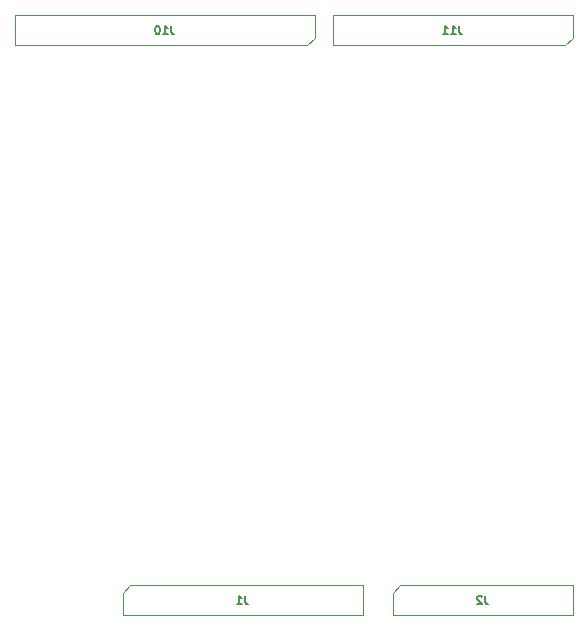
<source format=gbr>
G04 #@! TF.FileFunction,Other,Fab,Bot*
%FSLAX46Y46*%
G04 Gerber Fmt 4.6, Leading zero omitted, Abs format (unit mm)*
G04 Created by KiCad (PCBNEW 4.0.7-e2-6376~58~ubuntu16.04.1) date Fri Jul  6 10:04:11 2018*
%MOMM*%
%LPD*%
G01*
G04 APERTURE LIST*
%ADD10C,0.150000*%
%ADD11C,0.100000*%
G04 APERTURE END LIST*
D10*
D11*
X139450000Y-69215000D02*
X139450000Y-67310000D01*
X139450000Y-67310000D02*
X114050000Y-67310000D01*
X114050000Y-67310000D02*
X114050000Y-69850000D01*
X114050000Y-69850000D02*
X138815000Y-69850000D01*
X138815000Y-69850000D02*
X139450000Y-69215000D01*
X161290000Y-69215000D02*
X161290000Y-67310000D01*
X161290000Y-67310000D02*
X140970000Y-67310000D01*
X140970000Y-67310000D02*
X140970000Y-69850000D01*
X140970000Y-69850000D02*
X160655000Y-69850000D01*
X160655000Y-69850000D02*
X161290000Y-69215000D01*
X123190000Y-116205000D02*
X123190000Y-118110000D01*
X123190000Y-118110000D02*
X143510000Y-118110000D01*
X143510000Y-118110000D02*
X143510000Y-115570000D01*
X143510000Y-115570000D02*
X123825000Y-115570000D01*
X123825000Y-115570000D02*
X123190000Y-116205000D01*
X146050000Y-116205000D02*
X146050000Y-118110000D01*
X146050000Y-118110000D02*
X161290000Y-118110000D01*
X161290000Y-118110000D02*
X161290000Y-115570000D01*
X161290000Y-115570000D02*
X146685000Y-115570000D01*
X146685000Y-115570000D02*
X146050000Y-116205000D01*
D10*
X127316666Y-68196667D02*
X127316666Y-68696667D01*
X127350000Y-68796667D01*
X127416666Y-68863333D01*
X127516666Y-68896667D01*
X127583333Y-68896667D01*
X126616667Y-68896667D02*
X127016667Y-68896667D01*
X126816667Y-68896667D02*
X126816667Y-68196667D01*
X126883333Y-68296667D01*
X126950000Y-68363333D01*
X127016667Y-68396667D01*
X126183333Y-68196667D02*
X126116666Y-68196667D01*
X126050000Y-68230000D01*
X126016666Y-68263333D01*
X125983333Y-68330000D01*
X125950000Y-68463333D01*
X125950000Y-68630000D01*
X125983333Y-68763333D01*
X126016666Y-68830000D01*
X126050000Y-68863333D01*
X126116666Y-68896667D01*
X126183333Y-68896667D01*
X126250000Y-68863333D01*
X126283333Y-68830000D01*
X126316666Y-68763333D01*
X126350000Y-68630000D01*
X126350000Y-68463333D01*
X126316666Y-68330000D01*
X126283333Y-68263333D01*
X126250000Y-68230000D01*
X126183333Y-68196667D01*
X151696666Y-68196667D02*
X151696666Y-68696667D01*
X151730000Y-68796667D01*
X151796666Y-68863333D01*
X151896666Y-68896667D01*
X151963333Y-68896667D01*
X150996667Y-68896667D02*
X151396667Y-68896667D01*
X151196667Y-68896667D02*
X151196667Y-68196667D01*
X151263333Y-68296667D01*
X151330000Y-68363333D01*
X151396667Y-68396667D01*
X150330000Y-68896667D02*
X150730000Y-68896667D01*
X150530000Y-68896667D02*
X150530000Y-68196667D01*
X150596666Y-68296667D01*
X150663333Y-68363333D01*
X150730000Y-68396667D01*
X133583333Y-116456667D02*
X133583333Y-116956667D01*
X133616667Y-117056667D01*
X133683333Y-117123333D01*
X133783333Y-117156667D01*
X133850000Y-117156667D01*
X132883334Y-117156667D02*
X133283334Y-117156667D01*
X133083334Y-117156667D02*
X133083334Y-116456667D01*
X133150000Y-116556667D01*
X133216667Y-116623333D01*
X133283334Y-116656667D01*
X153903333Y-116456667D02*
X153903333Y-116956667D01*
X153936667Y-117056667D01*
X154003333Y-117123333D01*
X154103333Y-117156667D01*
X154170000Y-117156667D01*
X153603334Y-116523333D02*
X153570000Y-116490000D01*
X153503334Y-116456667D01*
X153336667Y-116456667D01*
X153270000Y-116490000D01*
X153236667Y-116523333D01*
X153203334Y-116590000D01*
X153203334Y-116656667D01*
X153236667Y-116756667D01*
X153636667Y-117156667D01*
X153203334Y-117156667D01*
M02*

</source>
